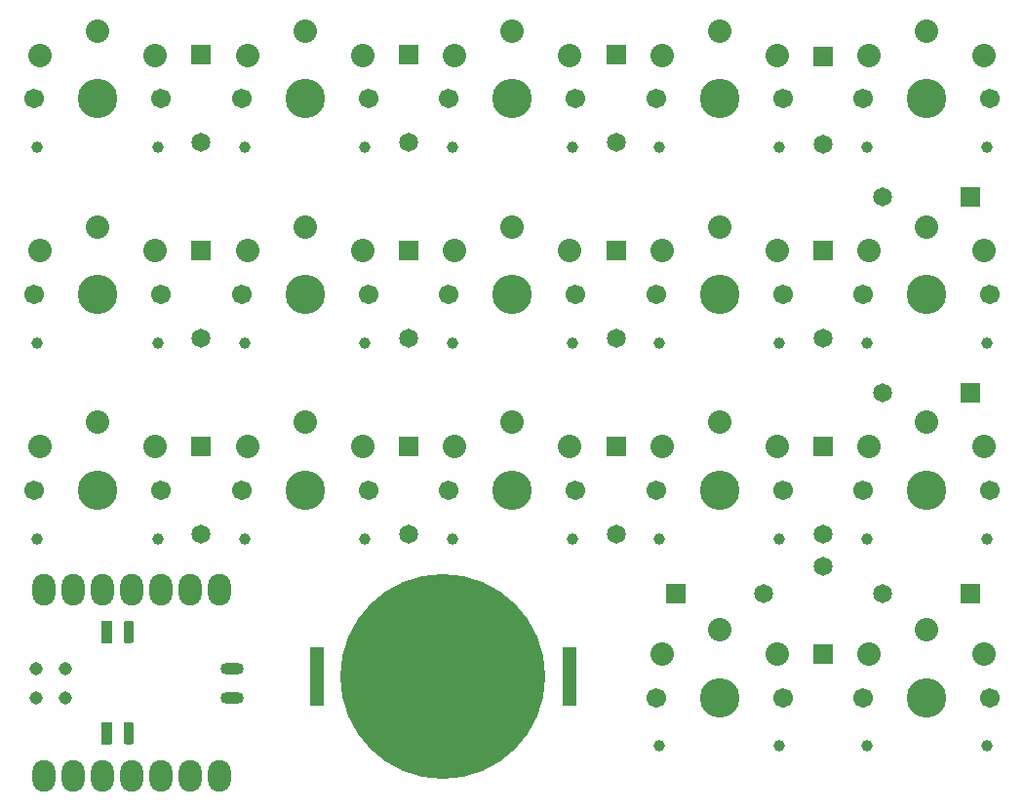
<source format=gbs>
%TF.GenerationSoftware,KiCad,Pcbnew,(5.1.12)-1*%
%TF.CreationDate,2021-12-05T03:49:59-08:00*%
%TF.ProjectId,orthodox_v3,6f727468-6f64-46f7-985f-76332e6b6963,rev?*%
%TF.SameCoordinates,Original*%
%TF.FileFunction,Soldermask,Bot*%
%TF.FilePolarity,Negative*%
%FSLAX46Y46*%
G04 Gerber Fmt 4.6, Leading zero omitted, Abs format (unit mm)*
G04 Created by KiCad (PCBNEW (5.1.12)-1) date 2021-12-05 03:49:59*
%MOMM*%
%LPD*%
G01*
G04 APERTURE LIST*
%ADD10C,1.701800*%
%ADD11C,0.990600*%
%ADD12C,2.032000*%
%ADD13C,3.429000*%
%ADD14O,1.998980X2.748280*%
%ADD15O,2.032000X1.016000*%
%ADD16C,1.143000*%
%ADD17R,1.270000X5.080000*%
%ADD18C,17.800000*%
%ADD19C,1.651000*%
%ADD20R,1.651000X1.651000*%
G04 APERTURE END LIST*
%TO.C,BAT+*%
G36*
G01*
X38923050Y-81276300D02*
X38476950Y-81276300D01*
G75*
G02*
X38253900Y-81053250I0J223050D01*
G01*
X38253900Y-79546750D01*
G75*
G02*
X38476950Y-79323700I223050J0D01*
G01*
X38923050Y-79323700D01*
G75*
G02*
X39146100Y-79546750I0J-223050D01*
G01*
X39146100Y-81053250D01*
G75*
G02*
X38923050Y-81276300I-223050J0D01*
G01*
G37*
%TD*%
%TO.C,BAT-*%
G36*
G01*
X37196880Y-81276300D02*
X36403120Y-81276300D01*
G75*
G02*
X36303900Y-81177080I0J99220D01*
G01*
X36303900Y-79422920D01*
G75*
G02*
X36403120Y-79323700I99220J0D01*
G01*
X37196880Y-79323700D01*
G75*
G02*
X37296100Y-79422920I0J-99220D01*
G01*
X37296100Y-81177080D01*
G75*
G02*
X37196880Y-81276300I-99220J0D01*
G01*
G37*
%TD*%
%TO.C,BAT+*%
G36*
G01*
X38476950Y-88123700D02*
X38923050Y-88123700D01*
G75*
G02*
X39146100Y-88346750I0J-223050D01*
G01*
X39146100Y-89853250D01*
G75*
G02*
X38923050Y-90076300I-223050J0D01*
G01*
X38476950Y-90076300D01*
G75*
G02*
X38253900Y-89853250I0J223050D01*
G01*
X38253900Y-88346750D01*
G75*
G02*
X38476950Y-88123700I223050J0D01*
G01*
G37*
%TD*%
%TO.C,BAT-*%
G36*
G01*
X36403120Y-88123700D02*
X37196880Y-88123700D01*
G75*
G02*
X37296100Y-88222920I0J-99220D01*
G01*
X37296100Y-89977080D01*
G75*
G02*
X37196880Y-90076300I-99220J0D01*
G01*
X36403120Y-90076300D01*
G75*
G02*
X36303900Y-89977080I0J99220D01*
G01*
X36303900Y-88222920D01*
G75*
G02*
X36403120Y-88123700I99220J0D01*
G01*
G37*
%TD*%
D10*
%TO.C,MX6*%
X59500000Y-68000000D03*
X48500000Y-68000000D03*
D11*
X48780000Y-72200000D03*
D12*
X54000000Y-62100000D03*
X59000000Y-64200000D03*
D13*
X54000000Y-68000000D03*
D12*
X49000000Y-64200000D03*
D11*
X59220000Y-72200000D03*
%TD*%
%TO.C,MX1*%
X41220000Y-38200000D03*
D12*
X31000000Y-30200000D03*
D13*
X36000000Y-34000000D03*
D12*
X41000000Y-30200000D03*
X36000000Y-28100000D03*
D11*
X30780000Y-38200000D03*
D10*
X30500000Y-34000000D03*
X41500000Y-34000000D03*
%TD*%
%TO.C,MX3*%
X41500000Y-68000000D03*
X30500000Y-68000000D03*
D11*
X30780000Y-72200000D03*
D12*
X36000000Y-62100000D03*
X41000000Y-64200000D03*
D13*
X36000000Y-68000000D03*
D12*
X31000000Y-64200000D03*
D11*
X41220000Y-72200000D03*
%TD*%
D10*
%TO.C,MX4*%
X59500000Y-34000000D03*
X48500000Y-34000000D03*
D11*
X48780000Y-38200000D03*
D12*
X54000000Y-28100000D03*
X59000000Y-30200000D03*
D13*
X54000000Y-34000000D03*
D12*
X49000000Y-30200000D03*
D11*
X59220000Y-38200000D03*
%TD*%
%TO.C,MX5*%
X59220000Y-55200000D03*
D12*
X49000000Y-47200000D03*
D13*
X54000000Y-51000000D03*
D12*
X59000000Y-47200000D03*
X54000000Y-45100000D03*
D11*
X48780000Y-55200000D03*
D10*
X48500000Y-51000000D03*
X59500000Y-51000000D03*
%TD*%
%TO.C,MX7*%
X77500000Y-34000000D03*
X66500000Y-34000000D03*
D11*
X66780000Y-38200000D03*
D12*
X72000000Y-28100000D03*
X77000000Y-30200000D03*
D13*
X72000000Y-34000000D03*
D12*
X67000000Y-30200000D03*
D11*
X77220000Y-38200000D03*
%TD*%
D10*
%TO.C,MX8*%
X77500000Y-51000000D03*
X66500000Y-51000000D03*
D11*
X66780000Y-55200000D03*
D12*
X72000000Y-45100000D03*
X77000000Y-47200000D03*
D13*
X72000000Y-51000000D03*
D12*
X67000000Y-47200000D03*
D11*
X77220000Y-55200000D03*
%TD*%
D10*
%TO.C,MX9*%
X77500000Y-68000000D03*
X66500000Y-68000000D03*
D11*
X66780000Y-72200000D03*
D12*
X72000000Y-62100000D03*
X77000000Y-64200000D03*
D13*
X72000000Y-68000000D03*
D12*
X67000000Y-64200000D03*
D11*
X77220000Y-72200000D03*
%TD*%
D10*
%TO.C,MX10*%
X95500000Y-34000000D03*
X84500000Y-34000000D03*
D11*
X84780000Y-38200000D03*
D12*
X90000000Y-28100000D03*
X95000000Y-30200000D03*
D13*
X90000000Y-34000000D03*
D12*
X85000000Y-30200000D03*
D11*
X95220000Y-38200000D03*
%TD*%
%TO.C,MX11*%
X95220000Y-55200000D03*
D12*
X85000000Y-47200000D03*
D13*
X90000000Y-51000000D03*
D12*
X95000000Y-47200000D03*
X90000000Y-45100000D03*
D11*
X84780000Y-55200000D03*
D10*
X84500000Y-51000000D03*
X95500000Y-51000000D03*
%TD*%
%TO.C,MX12*%
X95500000Y-68000000D03*
X84500000Y-68000000D03*
D11*
X84780000Y-72200000D03*
D12*
X90000000Y-62100000D03*
X95000000Y-64200000D03*
D13*
X90000000Y-68000000D03*
D12*
X85000000Y-64200000D03*
D11*
X95220000Y-72200000D03*
%TD*%
%TO.C,MX13*%
X95220000Y-90200000D03*
D12*
X85000000Y-82200000D03*
D13*
X90000000Y-86000000D03*
D12*
X95000000Y-82200000D03*
X90000000Y-80100000D03*
D11*
X84780000Y-90200000D03*
D10*
X84500000Y-86000000D03*
X95500000Y-86000000D03*
%TD*%
D11*
%TO.C,MX14*%
X113220000Y-38200000D03*
D12*
X103000000Y-30200000D03*
D13*
X108000000Y-34000000D03*
D12*
X113000000Y-30200000D03*
X108000000Y-28100000D03*
D11*
X102780000Y-38200000D03*
D10*
X102500000Y-34000000D03*
X113500000Y-34000000D03*
%TD*%
%TO.C,MX15*%
X113500000Y-51000000D03*
X102500000Y-51000000D03*
D11*
X102780000Y-55200000D03*
D12*
X108000000Y-45100000D03*
X113000000Y-47200000D03*
D13*
X108000000Y-51000000D03*
D12*
X103000000Y-47200000D03*
D11*
X113220000Y-55200000D03*
%TD*%
%TO.C,MX16*%
X113220000Y-72200000D03*
D12*
X103000000Y-64200000D03*
D13*
X108000000Y-68000000D03*
D12*
X113000000Y-64200000D03*
X108000000Y-62100000D03*
D11*
X102780000Y-72200000D03*
D10*
X102500000Y-68000000D03*
X113500000Y-68000000D03*
%TD*%
%TO.C,MX17*%
X113500000Y-86000000D03*
X102500000Y-86000000D03*
D11*
X102780000Y-90200000D03*
D12*
X108000000Y-80100000D03*
X113000000Y-82200000D03*
D13*
X108000000Y-86000000D03*
D12*
X103000000Y-82200000D03*
D11*
X113220000Y-90200000D03*
%TD*%
D14*
%TO.C,U2*%
X31382180Y-92797680D03*
X33922180Y-92797680D03*
X36462180Y-92797680D03*
X39002180Y-92797680D03*
X41542180Y-92797680D03*
X44082180Y-92797680D03*
X46622180Y-92797680D03*
X46622180Y-76633120D03*
X44082180Y-76633120D03*
X41542180Y-76633120D03*
X39002180Y-76633120D03*
X36462180Y-76633120D03*
X33922180Y-76633120D03*
X31382180Y-76633120D03*
D15*
X47700000Y-83500000D03*
X47700000Y-86050000D03*
D16*
X30695813Y-83498803D03*
X30695813Y-86038803D03*
X33235813Y-83498803D03*
X33235813Y-86038803D03*
%TD*%
D11*
%TO.C,MX2*%
X41220000Y-55200000D03*
D12*
X31000000Y-47200000D03*
D13*
X36000000Y-51000000D03*
D12*
X41000000Y-47200000D03*
X36000000Y-45100000D03*
D11*
X30780000Y-55200000D03*
D10*
X30500000Y-51000000D03*
X41500000Y-51000000D03*
%TD*%
D17*
%TO.C,BT2*%
X76985000Y-84200000D03*
X55015000Y-84200000D03*
D18*
X66000000Y-84200000D03*
%TD*%
D19*
%TO.C,D1*%
X45000000Y-37810000D03*
D20*
X45000000Y-30190000D03*
%TD*%
D19*
%TO.C,D2*%
X45000000Y-54810000D03*
D20*
X45000000Y-47190000D03*
%TD*%
D19*
%TO.C,D3*%
X45000000Y-71810000D03*
D20*
X45000000Y-64190000D03*
%TD*%
D19*
%TO.C,D4*%
X63000000Y-37810000D03*
D20*
X63000000Y-30190000D03*
%TD*%
D19*
%TO.C,D5*%
X63000000Y-54810000D03*
D20*
X63000000Y-47190000D03*
%TD*%
%TO.C,D6*%
X63000000Y-64190000D03*
D19*
X63000000Y-71810000D03*
%TD*%
D20*
%TO.C,D7*%
X81000000Y-30190000D03*
D19*
X81000000Y-37810000D03*
%TD*%
%TO.C,D8*%
X81000000Y-54810000D03*
D20*
X81000000Y-47190000D03*
%TD*%
D19*
%TO.C,D9*%
X81000000Y-71810000D03*
D20*
X81000000Y-64190000D03*
%TD*%
D19*
%TO.C,D10*%
X99000000Y-37910000D03*
D20*
X99000000Y-30290000D03*
%TD*%
%TO.C,D11*%
X99000000Y-47190000D03*
D19*
X99000000Y-54810000D03*
%TD*%
D20*
%TO.C,D12*%
X99000000Y-64190000D03*
D19*
X99000000Y-71810000D03*
%TD*%
D20*
%TO.C,D13*%
X86190000Y-77000000D03*
D19*
X93810000Y-77000000D03*
%TD*%
D20*
%TO.C,D14*%
X111810000Y-42500000D03*
D19*
X104190000Y-42500000D03*
%TD*%
%TO.C,D15*%
X104151000Y-59500000D03*
D20*
X111771000Y-59500000D03*
%TD*%
%TO.C,D16*%
X111810000Y-77000000D03*
D19*
X104190000Y-77000000D03*
%TD*%
%TO.C,D17*%
X99000000Y-74580000D03*
D20*
X99000000Y-82200000D03*
%TD*%
M02*

</source>
